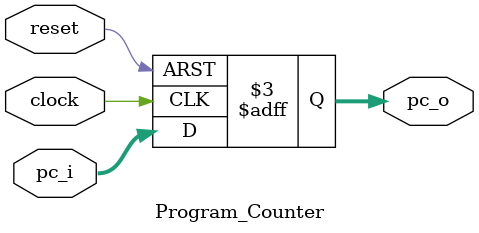
<source format=v>
`timescale 1ns / 1ps

module Program_Counter(
          clock,
          reset,
          pc_i,
          pc_o  
    );
    
    input clock, reset;
    input [31:0] pc_i;
    output reg [31:0] pc_o;
    
    always @(posedge clock or negedge reset) begin
        if (!reset)
            pc_o <= 32'd0;
        else  
            pc_o <= pc_i;
    end     
    
endmodule

</source>
